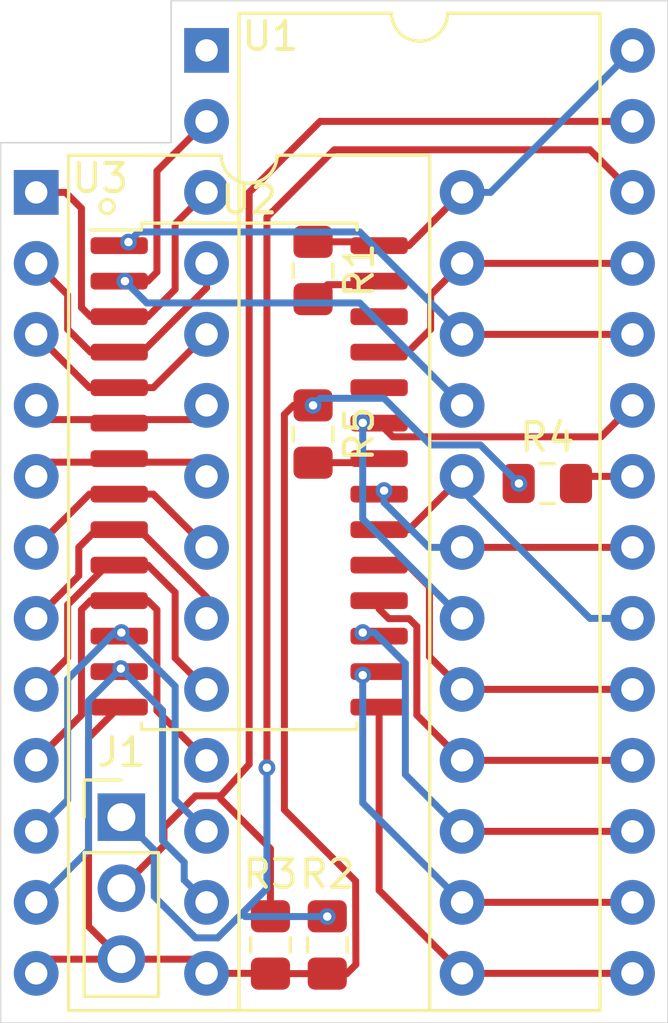
<source format=kicad_pcb>
(kicad_pcb (version 20171130) (host pcbnew "(5.1.9-0-10_14)")

  (general
    (thickness 1.6)
    (drawings 8)
    (tracks 223)
    (zones 0)
    (modules 9)
    (nets 30)
  )

  (page A4)
  (layers
    (0 F.Cu signal)
    (31 B.Cu signal)
    (32 B.Adhes user)
    (33 F.Adhes user)
    (34 B.Paste user)
    (35 F.Paste user)
    (36 B.SilkS user)
    (37 F.SilkS user)
    (38 B.Mask user)
    (39 F.Mask user)
    (40 Dwgs.User user)
    (41 Cmts.User user)
    (42 Eco1.User user)
    (43 Eco2.User user)
    (44 Edge.Cuts user)
    (45 Margin user)
    (46 B.CrtYd user)
    (47 F.CrtYd user)
    (48 B.Fab user hide)
    (49 F.Fab user hide)
  )

  (setup
    (last_trace_width 0.25)
    (trace_clearance 0.2)
    (zone_clearance 0.508)
    (zone_45_only no)
    (trace_min 0.2)
    (via_size 0.8)
    (via_drill 0.4)
    (via_min_size 0.4)
    (via_min_drill 0.3)
    (user_via 0.6 0.3)
    (uvia_size 0.3)
    (uvia_drill 0.1)
    (uvias_allowed no)
    (uvia_min_size 0.2)
    (uvia_min_drill 0.1)
    (edge_width 0.05)
    (segment_width 0.2)
    (pcb_text_width 0.3)
    (pcb_text_size 1.5 1.5)
    (mod_edge_width 0.12)
    (mod_text_size 1 1)
    (mod_text_width 0.15)
    (pad_size 1.524 1.524)
    (pad_drill 0.762)
    (pad_to_mask_clearance 0.051)
    (solder_mask_min_width 0.25)
    (aux_axis_origin 0 0)
    (visible_elements FFFFFF7F)
    (pcbplotparams
      (layerselection 0x010fc_ffffffff)
      (usegerberextensions false)
      (usegerberattributes false)
      (usegerberadvancedattributes false)
      (creategerberjobfile false)
      (excludeedgelayer true)
      (linewidth 0.100000)
      (plotframeref false)
      (viasonmask false)
      (mode 1)
      (useauxorigin false)
      (hpglpennumber 1)
      (hpglpenspeed 20)
      (hpglpendiameter 15.000000)
      (psnegative false)
      (psa4output false)
      (plotreference true)
      (plotvalue true)
      (plotinvisibletext false)
      (padsonsilk false)
      (subtractmaskfromsilk false)
      (outputformat 1)
      (mirror false)
      (drillshape 1)
      (scaleselection 1)
      (outputdirectory ""))
  )

  (net 0 "")
  (net 1 GND)
  (net 2 /DIP_A14)
  (net 3 /DIP_A13)
  (net 4 /SOIC_WE)
  (net 5 +5V)
  (net 6 /DIP_OE)
  (net 7 /SOIC_OE)
  (net 8 /D2)
  (net 9 /D1)
  (net 10 /A8)
  (net 11 /D0)
  (net 12 /A9)
  (net 13 /A0)
  (net 14 /A11)
  (net 15 /A1)
  (net 16 /A2)
  (net 17 /A10)
  (net 18 /A3)
  (net 19 /~CS)
  (net 20 /A4)
  (net 21 /D7)
  (net 22 /A5)
  (net 23 /D6)
  (net 24 /A6)
  (net 25 /D5)
  (net 26 /A7)
  (net 27 /D4)
  (net 28 /A12)
  (net 29 /D3)

  (net_class Default "This is the default net class."
    (clearance 0.2)
    (trace_width 0.25)
    (via_dia 0.8)
    (via_drill 0.4)
    (uvia_dia 0.3)
    (uvia_drill 0.1)
    (add_net +5V)
    (add_net /A0)
    (add_net /A1)
    (add_net /A10)
    (add_net /A11)
    (add_net /A12)
    (add_net /A2)
    (add_net /A3)
    (add_net /A4)
    (add_net /A5)
    (add_net /A6)
    (add_net /A7)
    (add_net /A8)
    (add_net /A9)
    (add_net /D0)
    (add_net /D1)
    (add_net /D2)
    (add_net /D3)
    (add_net /D4)
    (add_net /D5)
    (add_net /D6)
    (add_net /D7)
    (add_net /DIP_A13)
    (add_net /DIP_A14)
    (add_net /DIP_OE)
    (add_net /SOIC_OE)
    (add_net /SOIC_WE)
    (add_net /~CS)
    (add_net GND)
    (add_net "Net-(U1-Pad1)")
    (add_net "Net-(U2-Pad26)")
  )

  (module Package_DIP:DIP-28_W15.24mm (layer F.Cu) (tedit 5A02E8C5) (tstamp 5F4A559A)
    (at 177.292 72.644)
    (descr "28-lead though-hole mounted DIP package, row spacing 15.24 mm (600 mils)")
    (tags "THT DIP DIL PDIP 2.54mm 15.24mm 600mil")
    (path /5F4A00C0)
    (fp_text reference U1 (at 2.286 -0.508) (layer F.SilkS)
      (effects (font (size 1 1) (thickness 0.15)))
    )
    (fp_text value 27256 (at 7.62 35.35) (layer F.Fab)
      (effects (font (size 1 1) (thickness 0.15)))
    )
    (fp_line (start 16.3 -1.55) (end -1.05 -1.55) (layer F.CrtYd) (width 0.05))
    (fp_line (start 16.3 34.55) (end 16.3 -1.55) (layer F.CrtYd) (width 0.05))
    (fp_line (start -1.05 34.55) (end 16.3 34.55) (layer F.CrtYd) (width 0.05))
    (fp_line (start -1.05 -1.55) (end -1.05 34.55) (layer F.CrtYd) (width 0.05))
    (fp_line (start 14.08 -1.33) (end 8.62 -1.33) (layer F.SilkS) (width 0.12))
    (fp_line (start 14.08 34.35) (end 14.08 -1.33) (layer F.SilkS) (width 0.12))
    (fp_line (start 1.16 34.35) (end 14.08 34.35) (layer F.SilkS) (width 0.12))
    (fp_line (start 1.16 -1.33) (end 1.16 34.35) (layer F.SilkS) (width 0.12))
    (fp_line (start 6.62 -1.33) (end 1.16 -1.33) (layer F.SilkS) (width 0.12))
    (fp_line (start 0.255 -0.27) (end 1.255 -1.27) (layer F.Fab) (width 0.1))
    (fp_line (start 0.255 34.29) (end 0.255 -0.27) (layer F.Fab) (width 0.1))
    (fp_line (start 14.985 34.29) (end 0.255 34.29) (layer F.Fab) (width 0.1))
    (fp_line (start 14.985 -1.27) (end 14.985 34.29) (layer F.Fab) (width 0.1))
    (fp_line (start 1.255 -1.27) (end 14.985 -1.27) (layer F.Fab) (width 0.1))
    (fp_text user %R (at 7.62 16.51) (layer F.Fab)
      (effects (font (size 1 1) (thickness 0.15)))
    )
    (fp_arc (start 7.62 -1.33) (end 6.62 -1.33) (angle -180) (layer F.SilkS) (width 0.12))
    (pad 28 thru_hole oval (at 15.24 0) (size 1.6 1.6) (drill 0.8) (layers *.Cu *.Mask)
      (net 5 +5V))
    (pad 14 thru_hole oval (at 0 33.02) (size 1.6 1.6) (drill 0.8) (layers *.Cu *.Mask)
      (net 1 GND))
    (pad 27 thru_hole oval (at 15.24 2.54) (size 1.6 1.6) (drill 0.8) (layers *.Cu *.Mask)
      (net 2 /DIP_A14))
    (pad 13 thru_hole oval (at 0 30.48) (size 1.6 1.6) (drill 0.8) (layers *.Cu *.Mask)
      (net 8 /D2))
    (pad 26 thru_hole oval (at 15.24 5.08) (size 1.6 1.6) (drill 0.8) (layers *.Cu *.Mask)
      (net 3 /DIP_A13))
    (pad 12 thru_hole oval (at 0 27.94) (size 1.6 1.6) (drill 0.8) (layers *.Cu *.Mask)
      (net 9 /D1))
    (pad 25 thru_hole oval (at 15.24 7.62) (size 1.6 1.6) (drill 0.8) (layers *.Cu *.Mask)
      (net 10 /A8))
    (pad 11 thru_hole oval (at 0 25.4) (size 1.6 1.6) (drill 0.8) (layers *.Cu *.Mask)
      (net 11 /D0))
    (pad 24 thru_hole oval (at 15.24 10.16) (size 1.6 1.6) (drill 0.8) (layers *.Cu *.Mask)
      (net 12 /A9))
    (pad 10 thru_hole oval (at 0 22.86) (size 1.6 1.6) (drill 0.8) (layers *.Cu *.Mask)
      (net 13 /A0))
    (pad 23 thru_hole oval (at 15.24 12.7) (size 1.6 1.6) (drill 0.8) (layers *.Cu *.Mask)
      (net 14 /A11))
    (pad 9 thru_hole oval (at 0 20.32) (size 1.6 1.6) (drill 0.8) (layers *.Cu *.Mask)
      (net 15 /A1))
    (pad 22 thru_hole oval (at 15.24 15.24) (size 1.6 1.6) (drill 0.8) (layers *.Cu *.Mask)
      (net 6 /DIP_OE))
    (pad 8 thru_hole oval (at 0 17.78) (size 1.6 1.6) (drill 0.8) (layers *.Cu *.Mask)
      (net 16 /A2))
    (pad 21 thru_hole oval (at 15.24 17.78) (size 1.6 1.6) (drill 0.8) (layers *.Cu *.Mask)
      (net 17 /A10))
    (pad 7 thru_hole oval (at 0 15.24) (size 1.6 1.6) (drill 0.8) (layers *.Cu *.Mask)
      (net 18 /A3))
    (pad 20 thru_hole oval (at 15.24 20.32) (size 1.6 1.6) (drill 0.8) (layers *.Cu *.Mask)
      (net 19 /~CS))
    (pad 6 thru_hole oval (at 0 12.7) (size 1.6 1.6) (drill 0.8) (layers *.Cu *.Mask)
      (net 20 /A4))
    (pad 19 thru_hole oval (at 15.24 22.86) (size 1.6 1.6) (drill 0.8) (layers *.Cu *.Mask)
      (net 21 /D7))
    (pad 5 thru_hole oval (at 0 10.16) (size 1.6 1.6) (drill 0.8) (layers *.Cu *.Mask)
      (net 22 /A5))
    (pad 18 thru_hole oval (at 15.24 25.4) (size 1.6 1.6) (drill 0.8) (layers *.Cu *.Mask)
      (net 23 /D6))
    (pad 4 thru_hole oval (at 0 7.62) (size 1.6 1.6) (drill 0.8) (layers *.Cu *.Mask)
      (net 24 /A6))
    (pad 17 thru_hole oval (at 15.24 27.94) (size 1.6 1.6) (drill 0.8) (layers *.Cu *.Mask)
      (net 25 /D5))
    (pad 3 thru_hole oval (at 0 5.08) (size 1.6 1.6) (drill 0.8) (layers *.Cu *.Mask)
      (net 26 /A7))
    (pad 16 thru_hole oval (at 15.24 30.48) (size 1.6 1.6) (drill 0.8) (layers *.Cu *.Mask)
      (net 27 /D4))
    (pad 2 thru_hole oval (at 0 2.54) (size 1.6 1.6) (drill 0.8) (layers *.Cu *.Mask)
      (net 28 /A12))
    (pad 15 thru_hole oval (at 15.24 33.02) (size 1.6 1.6) (drill 0.8) (layers *.Cu *.Mask)
      (net 29 /D3))
    (pad 1 thru_hole rect (at 0 0) (size 1.6 1.6) (drill 0.8) (layers *.Cu *.Mask))
    (model ${KISYS3DMOD}/Package_DIP.3dshapes/DIP-28_W15.24mm.wrl
      (at (xyz 0 0 0))
      (scale (xyz 1 1 1))
      (rotate (xyz 0 0 0))
    )
  )

  (module Resistor_SMD:R_0805_2012Metric_Pad1.15x1.40mm_HandSolder (layer F.Cu) (tedit 5B36C52B) (tstamp 5F4A5D9B)
    (at 181.102 80.518 270)
    (descr "Resistor SMD 0805 (2012 Metric), square (rectangular) end terminal, IPC_7351 nominal with elongated pad for handsoldering. (Body size source: https://docs.google.com/spreadsheets/d/1BsfQQcO9C6DZCsRaXUlFlo91Tg2WpOkGARC1WS5S8t0/edit?usp=sharing), generated with kicad-footprint-generator")
    (tags "resistor handsolder")
    (path /5F4EEA26)
    (attr smd)
    (fp_text reference R1 (at 0 -1.65 90) (layer F.SilkS)
      (effects (font (size 1 1) (thickness 0.15)))
    )
    (fp_text value 4K7 (at 0 1.65 90) (layer F.Fab)
      (effects (font (size 1 1) (thickness 0.15)))
    )
    (fp_line (start 1.85 0.95) (end -1.85 0.95) (layer F.CrtYd) (width 0.05))
    (fp_line (start 1.85 -0.95) (end 1.85 0.95) (layer F.CrtYd) (width 0.05))
    (fp_line (start -1.85 -0.95) (end 1.85 -0.95) (layer F.CrtYd) (width 0.05))
    (fp_line (start -1.85 0.95) (end -1.85 -0.95) (layer F.CrtYd) (width 0.05))
    (fp_line (start -0.261252 0.71) (end 0.261252 0.71) (layer F.SilkS) (width 0.12))
    (fp_line (start -0.261252 -0.71) (end 0.261252 -0.71) (layer F.SilkS) (width 0.12))
    (fp_line (start 1 0.6) (end -1 0.6) (layer F.Fab) (width 0.1))
    (fp_line (start 1 -0.6) (end 1 0.6) (layer F.Fab) (width 0.1))
    (fp_line (start -1 -0.6) (end 1 -0.6) (layer F.Fab) (width 0.1))
    (fp_line (start -1 0.6) (end -1 -0.6) (layer F.Fab) (width 0.1))
    (fp_text user %R (at 0 0 90) (layer F.Fab)
      (effects (font (size 0.5 0.5) (thickness 0.08)))
    )
    (pad 2 smd roundrect (at 1.025 0 270) (size 1.15 1.4) (layers F.Cu F.Paste F.Mask) (roundrect_rratio 0.217391)
      (net 4 /SOIC_WE))
    (pad 1 smd roundrect (at -1.025 0 270) (size 1.15 1.4) (layers F.Cu F.Paste F.Mask) (roundrect_rratio 0.217391)
      (net 5 +5V))
    (model ${KISYS3DMOD}/Resistor_SMD.3dshapes/R_0805_2012Metric.wrl
      (at (xyz 0 0 0))
      (scale (xyz 1 1 1))
      (rotate (xyz 0 0 0))
    )
  )

  (module Package_DIP:DIP-24_W15.24mm (layer F.Cu) (tedit 5A02E8C5) (tstamp 5F4A5B07)
    (at 171.196 77.724)
    (descr "24-lead though-hole mounted DIP package, row spacing 15.24 mm (600 mils)")
    (tags "THT DIP DIL PDIP 2.54mm 15.24mm 600mil")
    (path /603737F8)
    (fp_text reference U3 (at 2.286 -0.508) (layer F.SilkS)
      (effects (font (size 1 1) (thickness 0.15)))
    )
    (fp_text value 2364 (at 7.62 30.27) (layer F.Fab)
      (effects (font (size 1 1) (thickness 0.15)))
    )
    (fp_line (start 16.3 -1.55) (end -1.05 -1.55) (layer F.CrtYd) (width 0.05))
    (fp_line (start 16.3 29.5) (end 16.3 -1.55) (layer F.CrtYd) (width 0.05))
    (fp_line (start -1.05 29.5) (end 16.3 29.5) (layer F.CrtYd) (width 0.05))
    (fp_line (start -1.05 -1.55) (end -1.05 29.5) (layer F.CrtYd) (width 0.05))
    (fp_line (start 14.08 -1.33) (end 8.62 -1.33) (layer F.SilkS) (width 0.12))
    (fp_line (start 14.08 29.27) (end 14.08 -1.33) (layer F.SilkS) (width 0.12))
    (fp_line (start 1.16 29.27) (end 14.08 29.27) (layer F.SilkS) (width 0.12))
    (fp_line (start 1.16 -1.33) (end 1.16 29.27) (layer F.SilkS) (width 0.12))
    (fp_line (start 6.62 -1.33) (end 1.16 -1.33) (layer F.SilkS) (width 0.12))
    (fp_line (start 0.255 -0.27) (end 1.255 -1.27) (layer F.Fab) (width 0.1))
    (fp_line (start 0.255 29.21) (end 0.255 -0.27) (layer F.Fab) (width 0.1))
    (fp_line (start 14.985 29.21) (end 0.255 29.21) (layer F.Fab) (width 0.1))
    (fp_line (start 14.985 -1.27) (end 14.985 29.21) (layer F.Fab) (width 0.1))
    (fp_line (start 1.255 -1.27) (end 14.985 -1.27) (layer F.Fab) (width 0.1))
    (fp_text user %R (at 7.62 13.97) (layer F.Fab)
      (effects (font (size 1 1) (thickness 0.15)))
    )
    (fp_arc (start 7.62 -1.33) (end 6.62 -1.33) (angle -180) (layer F.SilkS) (width 0.12))
    (pad 24 thru_hole oval (at 15.24 0) (size 1.6 1.6) (drill 0.8) (layers *.Cu *.Mask)
      (net 5 +5V))
    (pad 12 thru_hole oval (at 0 27.94) (size 1.6 1.6) (drill 0.8) (layers *.Cu *.Mask)
      (net 1 GND))
    (pad 23 thru_hole oval (at 15.24 2.54) (size 1.6 1.6) (drill 0.8) (layers *.Cu *.Mask)
      (net 10 /A8))
    (pad 11 thru_hole oval (at 0 25.4) (size 1.6 1.6) (drill 0.8) (layers *.Cu *.Mask)
      (net 8 /D2))
    (pad 22 thru_hole oval (at 15.24 5.08) (size 1.6 1.6) (drill 0.8) (layers *.Cu *.Mask)
      (net 12 /A9))
    (pad 10 thru_hole oval (at 0 22.86) (size 1.6 1.6) (drill 0.8) (layers *.Cu *.Mask)
      (net 9 /D1))
    (pad 21 thru_hole oval (at 15.24 7.62) (size 1.6 1.6) (drill 0.8) (layers *.Cu *.Mask)
      (net 28 /A12))
    (pad 9 thru_hole oval (at 0 20.32) (size 1.6 1.6) (drill 0.8) (layers *.Cu *.Mask)
      (net 11 /D0))
    (pad 20 thru_hole oval (at 15.24 10.16) (size 1.6 1.6) (drill 0.8) (layers *.Cu *.Mask)
      (net 19 /~CS))
    (pad 8 thru_hole oval (at 0 17.78) (size 1.6 1.6) (drill 0.8) (layers *.Cu *.Mask)
      (net 13 /A0))
    (pad 19 thru_hole oval (at 15.24 12.7) (size 1.6 1.6) (drill 0.8) (layers *.Cu *.Mask)
      (net 17 /A10))
    (pad 7 thru_hole oval (at 0 15.24) (size 1.6 1.6) (drill 0.8) (layers *.Cu *.Mask)
      (net 15 /A1))
    (pad 18 thru_hole oval (at 15.24 15.24) (size 1.6 1.6) (drill 0.8) (layers *.Cu *.Mask)
      (net 14 /A11))
    (pad 6 thru_hole oval (at 0 12.7) (size 1.6 1.6) (drill 0.8) (layers *.Cu *.Mask)
      (net 16 /A2))
    (pad 17 thru_hole oval (at 15.24 17.78) (size 1.6 1.6) (drill 0.8) (layers *.Cu *.Mask)
      (net 21 /D7))
    (pad 5 thru_hole oval (at 0 10.16) (size 1.6 1.6) (drill 0.8) (layers *.Cu *.Mask)
      (net 18 /A3))
    (pad 16 thru_hole oval (at 15.24 20.32) (size 1.6 1.6) (drill 0.8) (layers *.Cu *.Mask)
      (net 23 /D6))
    (pad 4 thru_hole oval (at 0 7.62) (size 1.6 1.6) (drill 0.8) (layers *.Cu *.Mask)
      (net 20 /A4))
    (pad 15 thru_hole oval (at 15.24 22.86) (size 1.6 1.6) (drill 0.8) (layers *.Cu *.Mask)
      (net 25 /D5))
    (pad 3 thru_hole oval (at 0 5.08) (size 1.6 1.6) (drill 0.8) (layers *.Cu *.Mask)
      (net 22 /A5))
    (pad 14 thru_hole oval (at 15.24 25.4) (size 1.6 1.6) (drill 0.8) (layers *.Cu *.Mask)
      (net 27 /D4))
    (pad 2 thru_hole oval (at 0 2.54) (size 1.6 1.6) (drill 0.8) (layers *.Cu *.Mask)
      (net 24 /A6))
    (pad 13 thru_hole oval (at 15.24 27.94) (size 1.6 1.6) (drill 0.8) (layers *.Cu *.Mask)
      (net 29 /D3))
    (pad 1 thru_hole rect (at 0 0) (size 1.6 1.6) (drill 0.8) (layers *.Cu *.Mask)
      (net 26 /A7))
    (model ${KISYS3DMOD}/Package_DIP.3dshapes/DIP-24_W15.24mm.wrl
      (at (xyz 0 0 0))
      (scale (xyz 1 1 1))
      (rotate (xyz 0 0 0))
    )
  )

  (module Package_SO:SOIC-28W_7.5x17.9mm_P1.27mm (layer F.Cu) (tedit 5D9F72B1) (tstamp 5F4A934C)
    (at 178.816 87.884)
    (descr "SOIC, 28 Pin (JEDEC MS-013AE, https://www.analog.com/media/en/package-pcb-resources/package/35833120341221rw_28.pdf), generated with kicad-footprint-generator ipc_gullwing_generator.py")
    (tags "SOIC SO")
    (path /60374884)
    (attr smd)
    (fp_text reference U2 (at 0 -9.9) (layer F.SilkS)
      (effects (font (size 1 1) (thickness 0.15)))
    )
    (fp_text value AT28HC64B (at 0 9.9) (layer F.Fab)
      (effects (font (size 1 1) (thickness 0.15)))
    )
    (fp_line (start 5.93 -9.2) (end -5.93 -9.2) (layer F.CrtYd) (width 0.05))
    (fp_line (start 5.93 9.2) (end 5.93 -9.2) (layer F.CrtYd) (width 0.05))
    (fp_line (start -5.93 9.2) (end 5.93 9.2) (layer F.CrtYd) (width 0.05))
    (fp_line (start -5.93 -9.2) (end -5.93 9.2) (layer F.CrtYd) (width 0.05))
    (fp_line (start -3.75 -7.95) (end -2.75 -8.95) (layer F.Fab) (width 0.1))
    (fp_line (start -3.75 8.95) (end -3.75 -7.95) (layer F.Fab) (width 0.1))
    (fp_line (start 3.75 8.95) (end -3.75 8.95) (layer F.Fab) (width 0.1))
    (fp_line (start 3.75 -8.95) (end 3.75 8.95) (layer F.Fab) (width 0.1))
    (fp_line (start -2.75 -8.95) (end 3.75 -8.95) (layer F.Fab) (width 0.1))
    (fp_line (start -3.86 -8.815) (end -5.675 -8.815) (layer F.SilkS) (width 0.12))
    (fp_line (start -3.86 -9.06) (end -3.86 -8.815) (layer F.SilkS) (width 0.12))
    (fp_line (start 0 -9.06) (end -3.86 -9.06) (layer F.SilkS) (width 0.12))
    (fp_line (start 3.86 -9.06) (end 3.86 -8.815) (layer F.SilkS) (width 0.12))
    (fp_line (start 0 -9.06) (end 3.86 -9.06) (layer F.SilkS) (width 0.12))
    (fp_line (start -3.86 9.06) (end -3.86 8.815) (layer F.SilkS) (width 0.12))
    (fp_line (start 0 9.06) (end -3.86 9.06) (layer F.SilkS) (width 0.12))
    (fp_line (start 3.86 9.06) (end 3.86 8.815) (layer F.SilkS) (width 0.12))
    (fp_line (start 0 9.06) (end 3.86 9.06) (layer F.SilkS) (width 0.12))
    (fp_text user %R (at 0 0) (layer F.Fab)
      (effects (font (size 1 1) (thickness 0.15)))
    )
    (pad 28 smd roundrect (at 4.65 -8.255) (size 2.05 0.6) (layers F.Cu F.Paste F.Mask) (roundrect_rratio 0.25)
      (net 5 +5V))
    (pad 27 smd roundrect (at 4.65 -6.985) (size 2.05 0.6) (layers F.Cu F.Paste F.Mask) (roundrect_rratio 0.25)
      (net 4 /SOIC_WE))
    (pad 26 smd roundrect (at 4.65 -5.715) (size 2.05 0.6) (layers F.Cu F.Paste F.Mask) (roundrect_rratio 0.25))
    (pad 25 smd roundrect (at 4.65 -4.445) (size 2.05 0.6) (layers F.Cu F.Paste F.Mask) (roundrect_rratio 0.25)
      (net 10 /A8))
    (pad 24 smd roundrect (at 4.65 -3.175) (size 2.05 0.6) (layers F.Cu F.Paste F.Mask) (roundrect_rratio 0.25))
    (pad 23 smd roundrect (at 4.65 -1.905) (size 2.05 0.6) (layers F.Cu F.Paste F.Mask) (roundrect_rratio 0.25)
      (net 14 /A11))
    (pad 22 smd roundrect (at 4.65 -0.635) (size 2.05 0.6) (layers F.Cu F.Paste F.Mask) (roundrect_rratio 0.25)
      (net 7 /SOIC_OE))
    (pad 21 smd roundrect (at 4.65 0.635) (size 2.05 0.6) (layers F.Cu F.Paste F.Mask) (roundrect_rratio 0.25)
      (net 17 /A10))
    (pad 20 smd roundrect (at 4.65 1.905) (size 2.05 0.6) (layers F.Cu F.Paste F.Mask) (roundrect_rratio 0.25)
      (net 19 /~CS))
    (pad 19 smd roundrect (at 4.65 3.175) (size 2.05 0.6) (layers F.Cu F.Paste F.Mask) (roundrect_rratio 0.25)
      (net 21 /D7))
    (pad 18 smd roundrect (at 4.65 4.445) (size 2.05 0.6) (layers F.Cu F.Paste F.Mask) (roundrect_rratio 0.25)
      (net 23 /D6))
    (pad 17 smd roundrect (at 4.65 5.715) (size 2.05 0.6) (layers F.Cu F.Paste F.Mask) (roundrect_rratio 0.25)
      (net 25 /D5))
    (pad 16 smd roundrect (at 4.65 6.985) (size 2.05 0.6) (layers F.Cu F.Paste F.Mask) (roundrect_rratio 0.25)
      (net 27 /D4))
    (pad 15 smd roundrect (at 4.65 8.255) (size 2.05 0.6) (layers F.Cu F.Paste F.Mask) (roundrect_rratio 0.25)
      (net 29 /D3))
    (pad 14 smd roundrect (at -4.65 8.255) (size 2.05 0.6) (layers F.Cu F.Paste F.Mask) (roundrect_rratio 0.25)
      (net 1 GND))
    (pad 13 smd roundrect (at -4.65 6.985) (size 2.05 0.6) (layers F.Cu F.Paste F.Mask) (roundrect_rratio 0.25)
      (net 8 /D2))
    (pad 12 smd roundrect (at -4.65 5.715) (size 2.05 0.6) (layers F.Cu F.Paste F.Mask) (roundrect_rratio 0.25)
      (net 9 /D1))
    (pad 11 smd roundrect (at -4.65 4.445) (size 2.05 0.6) (layers F.Cu F.Paste F.Mask) (roundrect_rratio 0.25)
      (net 11 /D0))
    (pad 10 smd roundrect (at -4.65 3.175) (size 2.05 0.6) (layers F.Cu F.Paste F.Mask) (roundrect_rratio 0.25)
      (net 13 /A0))
    (pad 9 smd roundrect (at -4.65 1.905) (size 2.05 0.6) (layers F.Cu F.Paste F.Mask) (roundrect_rratio 0.25)
      (net 15 /A1))
    (pad 8 smd roundrect (at -4.65 0.635) (size 2.05 0.6) (layers F.Cu F.Paste F.Mask) (roundrect_rratio 0.25)
      (net 16 /A2))
    (pad 7 smd roundrect (at -4.65 -0.635) (size 2.05 0.6) (layers F.Cu F.Paste F.Mask) (roundrect_rratio 0.25)
      (net 18 /A3))
    (pad 6 smd roundrect (at -4.65 -1.905) (size 2.05 0.6) (layers F.Cu F.Paste F.Mask) (roundrect_rratio 0.25)
      (net 20 /A4))
    (pad 5 smd roundrect (at -4.65 -3.175) (size 2.05 0.6) (layers F.Cu F.Paste F.Mask) (roundrect_rratio 0.25)
      (net 22 /A5))
    (pad 4 smd roundrect (at -4.65 -4.445) (size 2.05 0.6) (layers F.Cu F.Paste F.Mask) (roundrect_rratio 0.25)
      (net 24 /A6))
    (pad 3 smd roundrect (at -4.65 -5.715) (size 2.05 0.6) (layers F.Cu F.Paste F.Mask) (roundrect_rratio 0.25)
      (net 26 /A7))
    (pad 2 smd roundrect (at -4.65 -6.985) (size 2.05 0.6) (layers F.Cu F.Paste F.Mask) (roundrect_rratio 0.25)
      (net 28 /A12))
    (pad 1 smd roundrect (at -4.65 -8.255) (size 2.05 0.6) (layers F.Cu F.Paste F.Mask) (roundrect_rratio 0.25)
      (net 12 /A9))
    (model ${KISYS3DMOD}/Package_SO.3dshapes/SOIC-28W_7.5x17.9mm_P1.27mm.wrl
      (at (xyz 0 0 0))
      (scale (xyz 1 1 1))
      (rotate (xyz 0 0 0))
    )
  )

  (module Resistor_SMD:R_0805_2012Metric_Pad1.15x1.40mm_HandSolder (layer F.Cu) (tedit 5B36C52B) (tstamp 5F4A556A)
    (at 181.102 86.369 270)
    (descr "Resistor SMD 0805 (2012 Metric), square (rectangular) end terminal, IPC_7351 nominal with elongated pad for handsoldering. (Body size source: https://docs.google.com/spreadsheets/d/1BsfQQcO9C6DZCsRaXUlFlo91Tg2WpOkGARC1WS5S8t0/edit?usp=sharing), generated with kicad-footprint-generator")
    (tags "resistor handsolder")
    (path /5F4FC3FD)
    (attr smd)
    (fp_text reference R5 (at 0 -1.65 90) (layer F.SilkS)
      (effects (font (size 1 1) (thickness 0.15)))
    )
    (fp_text value 4K7 (at 0 1.65 90) (layer F.Fab)
      (effects (font (size 1 1) (thickness 0.15)))
    )
    (fp_line (start 1.85 0.95) (end -1.85 0.95) (layer F.CrtYd) (width 0.05))
    (fp_line (start 1.85 -0.95) (end 1.85 0.95) (layer F.CrtYd) (width 0.05))
    (fp_line (start -1.85 -0.95) (end 1.85 -0.95) (layer F.CrtYd) (width 0.05))
    (fp_line (start -1.85 0.95) (end -1.85 -0.95) (layer F.CrtYd) (width 0.05))
    (fp_line (start -0.261252 0.71) (end 0.261252 0.71) (layer F.SilkS) (width 0.12))
    (fp_line (start -0.261252 -0.71) (end 0.261252 -0.71) (layer F.SilkS) (width 0.12))
    (fp_line (start 1 0.6) (end -1 0.6) (layer F.Fab) (width 0.1))
    (fp_line (start 1 -0.6) (end 1 0.6) (layer F.Fab) (width 0.1))
    (fp_line (start -1 -0.6) (end 1 -0.6) (layer F.Fab) (width 0.1))
    (fp_line (start -1 0.6) (end -1 -0.6) (layer F.Fab) (width 0.1))
    (fp_text user %R (at 0 0 90) (layer F.Fab)
      (effects (font (size 0.5 0.5) (thickness 0.08)))
    )
    (pad 2 smd roundrect (at 1.025 0 270) (size 1.15 1.4) (layers F.Cu F.Paste F.Mask) (roundrect_rratio 0.217391)
      (net 7 /SOIC_OE))
    (pad 1 smd roundrect (at -1.025 0 270) (size 1.15 1.4) (layers F.Cu F.Paste F.Mask) (roundrect_rratio 0.217391)
      (net 1 GND))
    (model ${KISYS3DMOD}/Resistor_SMD.3dshapes/R_0805_2012Metric.wrl
      (at (xyz 0 0 0))
      (scale (xyz 1 1 1))
      (rotate (xyz 0 0 0))
    )
  )

  (module Resistor_SMD:R_0805_2012Metric_Pad1.15x1.40mm_HandSolder (layer F.Cu) (tedit 5B36C52B) (tstamp 5F4A5559)
    (at 189.484 88.138)
    (descr "Resistor SMD 0805 (2012 Metric), square (rectangular) end terminal, IPC_7351 nominal with elongated pad for handsoldering. (Body size source: https://docs.google.com/spreadsheets/d/1BsfQQcO9C6DZCsRaXUlFlo91Tg2WpOkGARC1WS5S8t0/edit?usp=sharing), generated with kicad-footprint-generator")
    (tags "resistor handsolder")
    (path /5F5520C3)
    (attr smd)
    (fp_text reference R4 (at 0 -1.65) (layer F.SilkS)
      (effects (font (size 1 1) (thickness 0.15)))
    )
    (fp_text value 4K7 (at 0 1.65) (layer F.Fab)
      (effects (font (size 1 1) (thickness 0.15)))
    )
    (fp_line (start 1.85 0.95) (end -1.85 0.95) (layer F.CrtYd) (width 0.05))
    (fp_line (start 1.85 -0.95) (end 1.85 0.95) (layer F.CrtYd) (width 0.05))
    (fp_line (start -1.85 -0.95) (end 1.85 -0.95) (layer F.CrtYd) (width 0.05))
    (fp_line (start -1.85 0.95) (end -1.85 -0.95) (layer F.CrtYd) (width 0.05))
    (fp_line (start -0.261252 0.71) (end 0.261252 0.71) (layer F.SilkS) (width 0.12))
    (fp_line (start -0.261252 -0.71) (end 0.261252 -0.71) (layer F.SilkS) (width 0.12))
    (fp_line (start 1 0.6) (end -1 0.6) (layer F.Fab) (width 0.1))
    (fp_line (start 1 -0.6) (end 1 0.6) (layer F.Fab) (width 0.1))
    (fp_line (start -1 -0.6) (end 1 -0.6) (layer F.Fab) (width 0.1))
    (fp_line (start -1 0.6) (end -1 -0.6) (layer F.Fab) (width 0.1))
    (fp_text user %R (at 0 0) (layer F.Fab)
      (effects (font (size 0.5 0.5) (thickness 0.08)))
    )
    (pad 2 smd roundrect (at 1.025 0) (size 1.15 1.4) (layers F.Cu F.Paste F.Mask) (roundrect_rratio 0.217391)
      (net 6 /DIP_OE))
    (pad 1 smd roundrect (at -1.025 0) (size 1.15 1.4) (layers F.Cu F.Paste F.Mask) (roundrect_rratio 0.217391)
      (net 1 GND))
    (model ${KISYS3DMOD}/Resistor_SMD.3dshapes/R_0805_2012Metric.wrl
      (at (xyz 0 0 0))
      (scale (xyz 1 1 1))
      (rotate (xyz 0 0 0))
    )
  )

  (module Resistor_SMD:R_0805_2012Metric_Pad1.15x1.40mm_HandSolder (layer F.Cu) (tedit 5B36C52B) (tstamp 5F4A5548)
    (at 179.578 104.648 90)
    (descr "Resistor SMD 0805 (2012 Metric), square (rectangular) end terminal, IPC_7351 nominal with elongated pad for handsoldering. (Body size source: https://docs.google.com/spreadsheets/d/1BsfQQcO9C6DZCsRaXUlFlo91Tg2WpOkGARC1WS5S8t0/edit?usp=sharing), generated with kicad-footprint-generator")
    (tags "resistor handsolder")
    (path /5F54AAA3)
    (attr smd)
    (fp_text reference R3 (at 2.54 0 180) (layer F.SilkS)
      (effects (font (size 1 1) (thickness 0.15)))
    )
    (fp_text value 4K7 (at 0 1.65 90) (layer F.Fab)
      (effects (font (size 1 1) (thickness 0.15)))
    )
    (fp_line (start 1.85 0.95) (end -1.85 0.95) (layer F.CrtYd) (width 0.05))
    (fp_line (start 1.85 -0.95) (end 1.85 0.95) (layer F.CrtYd) (width 0.05))
    (fp_line (start -1.85 -0.95) (end 1.85 -0.95) (layer F.CrtYd) (width 0.05))
    (fp_line (start -1.85 0.95) (end -1.85 -0.95) (layer F.CrtYd) (width 0.05))
    (fp_line (start -0.261252 0.71) (end 0.261252 0.71) (layer F.SilkS) (width 0.12))
    (fp_line (start -0.261252 -0.71) (end 0.261252 -0.71) (layer F.SilkS) (width 0.12))
    (fp_line (start 1 0.6) (end -1 0.6) (layer F.Fab) (width 0.1))
    (fp_line (start 1 -0.6) (end 1 0.6) (layer F.Fab) (width 0.1))
    (fp_line (start -1 -0.6) (end 1 -0.6) (layer F.Fab) (width 0.1))
    (fp_line (start -1 0.6) (end -1 -0.6) (layer F.Fab) (width 0.1))
    (fp_text user %R (at 0 0 90) (layer F.Fab)
      (effects (font (size 0.5 0.5) (thickness 0.08)))
    )
    (pad 2 smd roundrect (at 1.025 0 90) (size 1.15 1.4) (layers F.Cu F.Paste F.Mask) (roundrect_rratio 0.217391)
      (net 2 /DIP_A14))
    (pad 1 smd roundrect (at -1.025 0 90) (size 1.15 1.4) (layers F.Cu F.Paste F.Mask) (roundrect_rratio 0.217391)
      (net 1 GND))
    (model ${KISYS3DMOD}/Resistor_SMD.3dshapes/R_0805_2012Metric.wrl
      (at (xyz 0 0 0))
      (scale (xyz 1 1 1))
      (rotate (xyz 0 0 0))
    )
  )

  (module Resistor_SMD:R_0805_2012Metric_Pad1.15x1.40mm_HandSolder (layer F.Cu) (tedit 5B36C52B) (tstamp 5F4A5537)
    (at 181.61 104.648 90)
    (descr "Resistor SMD 0805 (2012 Metric), square (rectangular) end terminal, IPC_7351 nominal with elongated pad for handsoldering. (Body size source: https://docs.google.com/spreadsheets/d/1BsfQQcO9C6DZCsRaXUlFlo91Tg2WpOkGARC1WS5S8t0/edit?usp=sharing), generated with kicad-footprint-generator")
    (tags "resistor handsolder")
    (path /5F4FB518)
    (attr smd)
    (fp_text reference R2 (at 2.54 0 180) (layer F.SilkS)
      (effects (font (size 1 1) (thickness 0.15)))
    )
    (fp_text value 4K7 (at 0 1.65 90) (layer F.Fab)
      (effects (font (size 1 1) (thickness 0.15)))
    )
    (fp_line (start 1.85 0.95) (end -1.85 0.95) (layer F.CrtYd) (width 0.05))
    (fp_line (start 1.85 -0.95) (end 1.85 0.95) (layer F.CrtYd) (width 0.05))
    (fp_line (start -1.85 -0.95) (end 1.85 -0.95) (layer F.CrtYd) (width 0.05))
    (fp_line (start -1.85 0.95) (end -1.85 -0.95) (layer F.CrtYd) (width 0.05))
    (fp_line (start -0.261252 0.71) (end 0.261252 0.71) (layer F.SilkS) (width 0.12))
    (fp_line (start -0.261252 -0.71) (end 0.261252 -0.71) (layer F.SilkS) (width 0.12))
    (fp_line (start 1 0.6) (end -1 0.6) (layer F.Fab) (width 0.1))
    (fp_line (start 1 -0.6) (end 1 0.6) (layer F.Fab) (width 0.1))
    (fp_line (start -1 -0.6) (end 1 -0.6) (layer F.Fab) (width 0.1))
    (fp_line (start -1 0.6) (end -1 -0.6) (layer F.Fab) (width 0.1))
    (fp_text user %R (at 0 0 90) (layer F.Fab)
      (effects (font (size 0.5 0.5) (thickness 0.08)))
    )
    (pad 2 smd roundrect (at 1.025 0 90) (size 1.15 1.4) (layers F.Cu F.Paste F.Mask) (roundrect_rratio 0.217391)
      (net 3 /DIP_A13))
    (pad 1 smd roundrect (at -1.025 0 90) (size 1.15 1.4) (layers F.Cu F.Paste F.Mask) (roundrect_rratio 0.217391)
      (net 1 GND))
    (model ${KISYS3DMOD}/Resistor_SMD.3dshapes/R_0805_2012Metric.wrl
      (at (xyz 0 0 0))
      (scale (xyz 1 1 1))
      (rotate (xyz 0 0 0))
    )
  )

  (module Connector_PinHeader_2.54mm:PinHeader_1x03_P2.54mm_Vertical (layer F.Cu) (tedit 59FED5CC) (tstamp 5F4A5515)
    (at 174.244 100.076)
    (descr "Through hole straight pin header, 1x03, 2.54mm pitch, single row")
    (tags "Through hole pin header THT 1x03 2.54mm single row")
    (path /5F55E764)
    (fp_text reference J1 (at 0 -2.33) (layer F.SilkS)
      (effects (font (size 1 1) (thickness 0.15)))
    )
    (fp_text value EXT_SWITCH (at 0 7.41) (layer F.Fab)
      (effects (font (size 1 1) (thickness 0.15)))
    )
    (fp_line (start 1.8 -1.8) (end -1.8 -1.8) (layer F.CrtYd) (width 0.05))
    (fp_line (start 1.8 6.85) (end 1.8 -1.8) (layer F.CrtYd) (width 0.05))
    (fp_line (start -1.8 6.85) (end 1.8 6.85) (layer F.CrtYd) (width 0.05))
    (fp_line (start -1.8 -1.8) (end -1.8 6.85) (layer F.CrtYd) (width 0.05))
    (fp_line (start -1.33 -1.33) (end 0 -1.33) (layer F.SilkS) (width 0.12))
    (fp_line (start -1.33 0) (end -1.33 -1.33) (layer F.SilkS) (width 0.12))
    (fp_line (start -1.33 1.27) (end 1.33 1.27) (layer F.SilkS) (width 0.12))
    (fp_line (start 1.33 1.27) (end 1.33 6.41) (layer F.SilkS) (width 0.12))
    (fp_line (start -1.33 1.27) (end -1.33 6.41) (layer F.SilkS) (width 0.12))
    (fp_line (start -1.33 6.41) (end 1.33 6.41) (layer F.SilkS) (width 0.12))
    (fp_line (start -1.27 -0.635) (end -0.635 -1.27) (layer F.Fab) (width 0.1))
    (fp_line (start -1.27 6.35) (end -1.27 -0.635) (layer F.Fab) (width 0.1))
    (fp_line (start 1.27 6.35) (end -1.27 6.35) (layer F.Fab) (width 0.1))
    (fp_line (start 1.27 -1.27) (end 1.27 6.35) (layer F.Fab) (width 0.1))
    (fp_line (start -0.635 -1.27) (end 1.27 -1.27) (layer F.Fab) (width 0.1))
    (fp_text user %R (at 0 2.54 90) (layer F.Fab)
      (effects (font (size 1 1) (thickness 0.15)))
    )
    (pad 3 thru_hole oval (at 0 5.08) (size 1.7 1.7) (drill 1) (layers *.Cu *.Mask)
      (net 1 GND))
    (pad 2 thru_hole oval (at 0 2.54) (size 1.7 1.7) (drill 1) (layers *.Cu *.Mask)
      (net 2 /DIP_A14))
    (pad 1 thru_hole rect (at 0 0) (size 1.7 1.7) (drill 1) (layers *.Cu *.Mask)
      (net 3 /DIP_A13))
    (model ${KISYS3DMOD}/Connector_PinHeader_2.54mm.3dshapes/PinHeader_1x03_P2.54mm_Vertical.wrl
      (at (xyz 0 0 0))
      (scale (xyz 1 1 1))
      (rotate (xyz 0 0 0))
    )
  )

  (gr_circle (center 173.736 78.232) (end 173.99 78.232) (layer F.SilkS) (width 0.12))
  (gr_line (start 176.022 75.946) (end 169.926 75.946) (layer Edge.Cuts) (width 0.05) (tstamp 5FB06414))
  (gr_line (start 176.022 70.866) (end 176.022 75.946) (layer Edge.Cuts) (width 0.05))
  (gr_line (start 169.926 107.442) (end 169.926 75.946) (layer Edge.Cuts) (width 0.05))
  (gr_line (start 193.802 71.12) (end 193.802 70.866) (layer Edge.Cuts) (width 0.05) (tstamp 5F4A8D08))
  (gr_line (start 176.022 70.866) (end 193.802 70.866) (layer Edge.Cuts) (width 0.05))
  (gr_line (start 193.802 107.442) (end 169.926 107.442) (layer Edge.Cuts) (width 0.05))
  (gr_line (start 193.802 71.12) (end 193.802 107.442) (layer Edge.Cuts) (width 0.05))

  (via (at 188.468 88.138) (size 0.6) (drill 0.3) (layers F.Cu B.Cu) (net 1))
  (segment (start 171.196 105.664) (end 170.942 105.664) (width 0.25) (layer F.Cu) (net 1))
  (segment (start 181.61 105.673) (end 179.578 105.673) (width 0.25) (layer F.Cu) (net 1))
  (segment (start 179.569 105.664) (end 179.578 105.673) (width 0.25) (layer F.Cu) (net 1))
  (segment (start 177.292 105.664) (end 179.569 105.664) (width 0.25) (layer F.Cu) (net 1))
  (segment (start 176.784 105.156) (end 177.292 105.664) (width 0.25) (layer F.Cu) (net 1))
  (segment (start 174.244 105.156) (end 176.784 105.156) (width 0.25) (layer F.Cu) (net 1))
  (segment (start 171.704 105.156) (end 171.196 105.664) (width 0.25) (layer F.Cu) (net 1))
  (segment (start 174.244 105.156) (end 171.704 105.156) (width 0.25) (layer F.Cu) (net 1))
  (segment (start 181.102 85.344) (end 181.102 85.344) (width 0.25) (layer F.Cu) (net 1))
  (via (at 181.102 85.344) (size 0.6) (drill 0.3) (layers F.Cu B.Cu) (net 1))
  (segment (start 181.356 85.09) (end 181.102 85.344) (width 0.25) (layer B.Cu) (net 1))
  (segment (start 185.310999 86.758999) (end 183.642 85.09) (width 0.25) (layer B.Cu) (net 1))
  (segment (start 183.642 85.09) (end 181.356 85.09) (width 0.25) (layer B.Cu) (net 1))
  (segment (start 187.088999 86.758999) (end 185.310999 86.758999) (width 0.25) (layer B.Cu) (net 1))
  (segment (start 188.468 88.138) (end 187.088999 86.758999) (width 0.25) (layer B.Cu) (net 1))
  (segment (start 180.07699 99.81299) (end 182.626 102.362) (width 0.25) (layer F.Cu) (net 1))
  (segment (start 180.402 85.344) (end 180.07699 85.66901) (width 0.25) (layer F.Cu) (net 1))
  (segment (start 182.626 102.362) (end 182.63501 105.34799) (width 0.25) (layer F.Cu) (net 1))
  (segment (start 180.07699 85.66901) (end 180.07699 99.81299) (width 0.25) (layer F.Cu) (net 1))
  (segment (start 181.102 85.344) (end 180.402 85.344) (width 0.25) (layer F.Cu) (net 1) (tstamp 5F4A8AD6))
  (segment (start 182.63501 105.34799) (end 182.31 105.673) (width 0.25) (layer F.Cu) (net 1))
  (segment (start 182.31 105.673) (end 181.61 105.673) (width 0.25) (layer F.Cu) (net 1))
  (segment (start 174.166 96.139) (end 173.068999 97.236001) (width 0.25) (layer F.Cu) (net 1))
  (segment (start 173.068999 97.236001) (end 173.068999 103.980999) (width 0.25) (layer F.Cu) (net 1))
  (segment (start 173.394001 104.306001) (end 174.244 105.156) (width 0.25) (layer F.Cu) (net 1))
  (segment (start 173.068999 103.980999) (end 173.394001 104.306001) (width 0.25) (layer F.Cu) (net 1))
  (segment (start 177.8 99.426998) (end 177.8 99.314) (width 0.25) (layer F.Cu) (net 2))
  (segment (start 179.578 101.204998) (end 177.8 99.426998) (width 0.25) (layer F.Cu) (net 2))
  (segment (start 179.578 103.623) (end 179.578 101.204998) (width 0.25) (layer F.Cu) (net 2))
  (segment (start 175.768 101.092) (end 175.093999 101.766001) (width 0.25) (layer F.Cu) (net 2))
  (segment (start 175.093999 101.766001) (end 174.244 102.616) (width 0.25) (layer F.Cu) (net 2))
  (segment (start 175.768 100.442998) (end 175.768 101.092) (width 0.25) (layer F.Cu) (net 2))
  (segment (start 176.896998 99.314) (end 175.768 100.442998) (width 0.25) (layer F.Cu) (net 2))
  (segment (start 177.8 99.314) (end 176.896998 99.314) (width 0.25) (layer F.Cu) (net 2))
  (segment (start 178.816 98.185002) (end 177.8 99.314) (width 0.25) (layer F.Cu) (net 2))
  (segment (start 181.356 75.184) (end 178.816 77.724) (width 0.25) (layer F.Cu) (net 2))
  (segment (start 178.816 77.724) (end 178.816 98.185002) (width 0.25) (layer F.Cu) (net 2))
  (segment (start 192.532 75.184) (end 181.356 75.184) (width 0.25) (layer F.Cu) (net 2))
  (via (at 181.61 103.632) (size 0.6) (drill 0.3) (layers F.Cu B.Cu) (net 3))
  (segment (start 178.562 103.519002) (end 177.687002 104.394) (width 0.25) (layer B.Cu) (net 3))
  (segment (start 176.896998 104.394) (end 175.419001 102.916003) (width 0.25) (layer B.Cu) (net 3))
  (segment (start 177.687002 104.394) (end 176.896998 104.394) (width 0.25) (layer B.Cu) (net 3))
  (segment (start 175.419001 101.251001) (end 174.244 100.076) (width 0.25) (layer B.Cu) (net 3))
  (segment (start 175.419001 102.916003) (end 175.419001 101.251001) (width 0.25) (layer B.Cu) (net 3))
  (segment (start 178.674998 103.632) (end 181.61 103.632) (width 0.25) (layer B.Cu) (net 3))
  (segment (start 178.562 103.519002) (end 178.674998 103.632) (width 0.25) (layer B.Cu) (net 3))
  (segment (start 179.45198 98.731258) (end 179.45198 98.306994) (width 0.25) (layer B.Cu) (net 3))
  (segment (start 179.45198 102.629022) (end 179.45198 98.731258) (width 0.25) (layer B.Cu) (net 3))
  (via (at 179.45198 98.306994) (size 0.6) (drill 0.3) (layers F.Cu B.Cu) (net 3))
  (segment (start 178.562 103.519002) (end 179.45198 102.629022) (width 0.25) (layer B.Cu) (net 3))
  (segment (start 192.532 77.724) (end 191.008 76.2) (width 0.25) (layer F.Cu) (net 3))
  (segment (start 179.45198 97.88273) (end 179.45198 98.306994) (width 0.25) (layer F.Cu) (net 3))
  (segment (start 191.008 76.2) (end 181.864 76.2) (width 0.25) (layer F.Cu) (net 3))
  (segment (start 179.45198 78.61202) (end 179.45198 97.88273) (width 0.25) (layer F.Cu) (net 3))
  (segment (start 181.864 76.2) (end 179.45198 78.61202) (width 0.25) (layer F.Cu) (net 3))
  (segment (start 183.339 81.026) (end 183.466 80.899) (width 0.25) (layer F.Cu) (net 4))
  (segment (start 181.619 81.026) (end 183.339 81.026) (width 0.25) (layer F.Cu) (net 4))
  (segment (start 181.102 81.543) (end 181.619 81.026) (width 0.25) (layer F.Cu) (net 4))
  (segment (start 187.452 77.724) (end 186.436 77.724) (width 0.25) (layer B.Cu) (net 5))
  (segment (start 192.532 72.644) (end 187.452 77.724) (width 0.25) (layer B.Cu) (net 5))
  (segment (start 184.531 79.629) (end 186.436 77.724) (width 0.25) (layer F.Cu) (net 5))
  (segment (start 183.466 79.629) (end 184.531 79.629) (width 0.25) (layer F.Cu) (net 5))
  (segment (start 183.33 79.493) (end 183.466 79.629) (width 0.25) (layer F.Cu) (net 5))
  (segment (start 181.102 79.493) (end 183.33 79.493) (width 0.25) (layer F.Cu) (net 5))
  (segment (start 190.763 87.884) (end 190.509 88.138) (width 0.25) (layer F.Cu) (net 6))
  (segment (start 192.532 87.884) (end 190.763 87.884) (width 0.25) (layer F.Cu) (net 6))
  (segment (start 183.348 87.367) (end 183.466 87.249) (width 0.25) (layer F.Cu) (net 7))
  (segment (start 183.321 87.394) (end 183.466 87.249) (width 0.25) (layer F.Cu) (net 7))
  (segment (start 181.102 87.394) (end 183.321 87.394) (width 0.25) (layer F.Cu) (net 7))
  (segment (start 173.068999 95.917001) (end 173.92492 95.06108) (width 0.25) (layer B.Cu) (net 8))
  (segment (start 173.92492 95.06108) (end 174.224919 94.761081) (width 0.25) (layer B.Cu) (net 8))
  (segment (start 171.196 103.124) (end 173.068999 101.251001) (width 0.25) (layer B.Cu) (net 8))
  (via (at 174.224919 94.761081) (size 0.6) (drill 0.3) (layers F.Cu B.Cu) (net 8))
  (segment (start 173.068999 101.251001) (end 173.068999 95.917001) (width 0.25) (layer B.Cu) (net 8))
  (segment (start 177.292 103.124) (end 176.492001 102.324001) (width 0.25) (layer B.Cu) (net 8))
  (segment (start 175.716988 96.25315) (end 174.524918 95.06108) (width 0.25) (layer B.Cu) (net 8))
  (segment (start 176.492001 102.324001) (end 176.492001 101.68759) (width 0.25) (layer B.Cu) (net 8))
  (segment (start 176.492001 101.68759) (end 175.716988 100.912577) (width 0.25) (layer B.Cu) (net 8))
  (segment (start 175.716988 100.912577) (end 175.716988 96.25315) (width 0.25) (layer B.Cu) (net 8))
  (segment (start 174.524918 95.06108) (end 174.224919 94.761081) (width 0.25) (layer B.Cu) (net 8))
  (via (at 174.244 93.472) (size 0.6) (drill 0.3) (layers F.Cu B.Cu) (net 9))
  (segment (start 171.995999 99.784001) (end 171.196 100.584) (width 0.25) (layer B.Cu) (net 9))
  (segment (start 172.321001 95.140999) (end 172.321001 99.458999) (width 0.25) (layer B.Cu) (net 9))
  (segment (start 172.321001 99.458999) (end 171.995999 99.784001) (width 0.25) (layer B.Cu) (net 9))
  (segment (start 173.99 93.472) (end 172.321001 95.140999) (width 0.25) (layer B.Cu) (net 9))
  (segment (start 174.244 93.472) (end 173.99 93.472) (width 0.25) (layer B.Cu) (net 9))
  (segment (start 176.492001 99.784001) (end 177.292 100.584) (width 0.25) (layer B.Cu) (net 9))
  (segment (start 174.244 93.472) (end 176.166999 95.394999) (width 0.25) (layer B.Cu) (net 9))
  (segment (start 176.166999 99.458999) (end 176.492001 99.784001) (width 0.25) (layer B.Cu) (net 9))
  (segment (start 176.166999 95.394999) (end 176.166999 99.458999) (width 0.25) (layer B.Cu) (net 9))
  (segment (start 184.491 83.439) (end 183.466 83.439) (width 0.25) (layer F.Cu) (net 10))
  (segment (start 185.310999 82.619001) (end 184.491 83.439) (width 0.25) (layer F.Cu) (net 10))
  (segment (start 185.310999 81.389001) (end 185.310999 82.619001) (width 0.25) (layer F.Cu) (net 10))
  (segment (start 186.436 80.264) (end 185.310999 81.389001) (width 0.25) (layer F.Cu) (net 10))
  (segment (start 186.436 80.264) (end 192.532 80.264) (width 0.25) (layer F.Cu) (net 10))
  (segment (start 172.81599 92.65401) (end 172.81599 96.42401) (width 0.25) (layer F.Cu) (net 11))
  (segment (start 173.141 92.329) (end 172.81599 92.65401) (width 0.25) (layer F.Cu) (net 11))
  (segment (start 171.995999 97.244001) (end 171.196 98.044) (width 0.25) (layer F.Cu) (net 11))
  (segment (start 172.81599 96.42401) (end 171.995999 97.244001) (width 0.25) (layer F.Cu) (net 11))
  (segment (start 174.166 92.329) (end 173.141 92.329) (width 0.25) (layer F.Cu) (net 11))
  (segment (start 176.492001 97.244001) (end 177.292 98.044) (width 0.25) (layer F.Cu) (net 11))
  (segment (start 175.51601 96.26801) (end 176.492001 97.244001) (width 0.25) (layer F.Cu) (net 11))
  (segment (start 175.51601 92.65401) (end 175.51601 96.26801) (width 0.25) (layer F.Cu) (net 11))
  (segment (start 175.191 92.329) (end 175.51601 92.65401) (width 0.25) (layer F.Cu) (net 11))
  (segment (start 174.166 92.329) (end 175.191 92.329) (width 0.25) (layer F.Cu) (net 11))
  (via (at 174.498 79.502) (size 0.6) (drill 0.3) (layers F.Cu B.Cu) (net 12))
  (segment (start 191.40063 82.804) (end 186.436 82.804) (width 0.25) (layer F.Cu) (net 12))
  (segment (start 192.532 82.804) (end 191.40063 82.804) (width 0.25) (layer F.Cu) (net 12))
  (segment (start 185.636001 82.004001) (end 186.436 82.804) (width 0.25) (layer B.Cu) (net 12))
  (segment (start 182.770999 79.138999) (end 185.636001 82.004001) (width 0.25) (layer B.Cu) (net 12))
  (segment (start 174.861001 79.138999) (end 182.770999 79.138999) (width 0.25) (layer B.Cu) (net 12))
  (segment (start 174.498 79.502) (end 174.861001 79.138999) (width 0.25) (layer B.Cu) (net 12))
  (segment (start 176.166999 94.378999) (end 176.492001 94.704001) (width 0.25) (layer F.Cu) (net 13))
  (segment (start 176.166999 92.034999) (end 176.166999 94.378999) (width 0.25) (layer F.Cu) (net 13))
  (segment (start 175.191 91.059) (end 176.166999 92.034999) (width 0.25) (layer F.Cu) (net 13))
  (segment (start 174.166 91.059) (end 175.191 91.059) (width 0.25) (layer F.Cu) (net 13))
  (segment (start 176.492001 94.704001) (end 177.292 95.504) (width 0.25) (layer F.Cu) (net 13))
  (segment (start 173.739232 91.059) (end 174.166 91.059) (width 0.25) (layer F.Cu) (net 13))
  (segment (start 172.321001 92.477231) (end 173.739232 91.059) (width 0.25) (layer F.Cu) (net 13))
  (segment (start 172.321001 94.378999) (end 172.321001 92.477231) (width 0.25) (layer F.Cu) (net 13))
  (segment (start 171.196 95.504) (end 172.321001 94.378999) (width 0.25) (layer F.Cu) (net 13))
  (segment (start 191.406999 86.469001) (end 183.956001 86.469001) (width 0.25) (layer F.Cu) (net 14))
  (segment (start 183.766 86.279) (end 183.466 85.979) (width 0.25) (layer F.Cu) (net 14))
  (segment (start 183.956001 86.469001) (end 183.766 86.279) (width 0.25) (layer F.Cu) (net 14))
  (segment (start 192.532 85.344) (end 191.406999 86.469001) (width 0.25) (layer F.Cu) (net 14))
  (via (at 182.88 85.96901) (size 0.6) (drill 0.3) (layers F.Cu B.Cu) (net 14))
  (segment (start 182.88 86.393274) (end 182.88 85.96901) (width 0.25) (layer B.Cu) (net 14))
  (segment (start 186.436 92.964) (end 182.88 89.408) (width 0.25) (layer B.Cu) (net 14))
  (segment (start 182.88 89.408) (end 182.88 86.393274) (width 0.25) (layer B.Cu) (net 14))
  (segment (start 173.355 89.789) (end 174.166 89.789) (width 0.25) (layer F.Cu) (net 15))
  (segment (start 172.72 90.424) (end 173.355 89.789) (width 0.25) (layer F.Cu) (net 15))
  (segment (start 172.72 91.44) (end 172.72 90.424) (width 0.25) (layer F.Cu) (net 15))
  (segment (start 171.196 92.964) (end 172.72 91.44) (width 0.25) (layer F.Cu) (net 15))
  (segment (start 177.292 92.202) (end 177.292 92.964) (width 0.25) (layer F.Cu) (net 15))
  (segment (start 174.879 89.789) (end 177.292 92.202) (width 0.25) (layer F.Cu) (net 15))
  (segment (start 174.166 89.789) (end 174.879 89.789) (width 0.25) (layer F.Cu) (net 15))
  (segment (start 173.101 88.519) (end 174.166 88.519) (width 0.25) (layer F.Cu) (net 16))
  (segment (start 171.196 90.424) (end 173.101 88.519) (width 0.25) (layer F.Cu) (net 16))
  (segment (start 175.387 88.519) (end 174.166 88.519) (width 0.25) (layer F.Cu) (net 16))
  (segment (start 177.292 90.424) (end 175.387 88.519) (width 0.25) (layer F.Cu) (net 16))
  (via (at 183.642 88.392) (size 0.6) (drill 0.3) (layers F.Cu B.Cu) (net 17))
  (segment (start 192.532 90.424) (end 186.436 90.424) (width 0.25) (layer F.Cu) (net 17))
  (segment (start 185.30463 90.424) (end 186.436 90.424) (width 0.25) (layer B.Cu) (net 17))
  (segment (start 185.249736 90.424) (end 185.30463 90.424) (width 0.25) (layer B.Cu) (net 17))
  (segment (start 183.642 88.816264) (end 185.249736 90.424) (width 0.25) (layer B.Cu) (net 17))
  (segment (start 183.642 88.392) (end 183.642 88.816264) (width 0.25) (layer B.Cu) (net 17))
  (segment (start 174.039 87.376) (end 174.166 87.249) (width 0.25) (layer F.Cu) (net 18))
  (segment (start 171.704 87.376) (end 174.039 87.376) (width 0.25) (layer F.Cu) (net 18))
  (segment (start 171.196 87.884) (end 171.704 87.376) (width 0.25) (layer F.Cu) (net 18))
  (segment (start 174.293 87.376) (end 174.166 87.249) (width 0.25) (layer F.Cu) (net 18))
  (segment (start 176.784 87.376) (end 174.293 87.376) (width 0.25) (layer F.Cu) (net 18))
  (segment (start 177.292 87.884) (end 176.784 87.376) (width 0.25) (layer F.Cu) (net 18))
  (segment (start 184.531 89.789) (end 186.436 87.884) (width 0.25) (layer F.Cu) (net 19))
  (segment (start 183.466 89.789) (end 184.531 89.789) (width 0.25) (layer F.Cu) (net 19))
  (segment (start 186.436 88.392) (end 186.436 87.884) (width 0.25) (layer B.Cu) (net 19))
  (segment (start 191.008 92.964) (end 186.436 88.392) (width 0.25) (layer B.Cu) (net 19))
  (segment (start 192.532 92.964) (end 191.008 92.964) (width 0.25) (layer B.Cu) (net 19))
  (segment (start 171.704 85.852) (end 174.039 85.852) (width 0.25) (layer F.Cu) (net 20))
  (segment (start 174.039 85.852) (end 174.166 85.979) (width 0.25) (layer F.Cu) (net 20))
  (segment (start 171.196 85.344) (end 171.704 85.852) (width 0.25) (layer F.Cu) (net 20))
  (segment (start 174.293 85.852) (end 174.166 85.979) (width 0.25) (layer F.Cu) (net 20))
  (segment (start 176.784 85.852) (end 174.293 85.852) (width 0.25) (layer F.Cu) (net 20))
  (segment (start 177.292 85.344) (end 176.784 85.852) (width 0.25) (layer F.Cu) (net 20))
  (segment (start 186.436 95.504) (end 192.532 95.504) (width 0.25) (layer F.Cu) (net 21))
  (segment (start 185.266021 94.334021) (end 185.266021 91.834021) (width 0.25) (layer F.Cu) (net 21))
  (segment (start 186.436 95.504) (end 185.266021 94.334021) (width 0.25) (layer F.Cu) (net 21))
  (segment (start 185.266021 91.834021) (end 184.491 91.059) (width 0.25) (layer F.Cu) (net 21))
  (segment (start 184.491 91.059) (end 183.466 91.059) (width 0.25) (layer F.Cu) (net 21))
  (segment (start 173.101 84.709) (end 174.166 84.709) (width 0.25) (layer F.Cu) (net 22))
  (segment (start 171.196 82.804) (end 173.101 84.709) (width 0.25) (layer F.Cu) (net 22))
  (segment (start 175.387 84.709) (end 174.166 84.709) (width 0.25) (layer F.Cu) (net 22))
  (segment (start 177.292 82.804) (end 175.387 84.709) (width 0.25) (layer F.Cu) (net 22))
  (segment (start 192.532 98.044) (end 186.436 98.044) (width 0.25) (layer F.Cu) (net 23))
  (segment (start 184.81601 96.42401) (end 185.636001 97.244001) (width 0.25) (layer F.Cu) (net 23))
  (segment (start 183.81099 92.97399) (end 184.537758 92.97399) (width 0.25) (layer F.Cu) (net 23))
  (segment (start 185.636001 97.244001) (end 186.436 98.044) (width 0.25) (layer F.Cu) (net 23))
  (segment (start 184.81601 93.252242) (end 184.81601 96.42401) (width 0.25) (layer F.Cu) (net 23))
  (segment (start 183.466 92.629) (end 183.81099 92.97399) (width 0.25) (layer F.Cu) (net 23))
  (segment (start 183.466 92.329) (end 183.466 92.629) (width 0.25) (layer F.Cu) (net 23))
  (segment (start 184.537758 92.97399) (end 184.81601 93.252242) (width 0.25) (layer F.Cu) (net 23))
  (segment (start 172.321001 82.619001) (end 173.141 83.439) (width 0.25) (layer F.Cu) (net 24))
  (segment (start 172.321001 81.389001) (end 172.321001 82.619001) (width 0.25) (layer F.Cu) (net 24))
  (segment (start 173.141 83.439) (end 174.166 83.439) (width 0.25) (layer F.Cu) (net 24))
  (segment (start 171.196 80.264) (end 172.321001 81.389001) (width 0.25) (layer F.Cu) (net 24))
  (segment (start 174.991998 83.439) (end 174.166 83.439) (width 0.25) (layer F.Cu) (net 24))
  (segment (start 177.292 81.138998) (end 174.991998 83.439) (width 0.25) (layer F.Cu) (net 24))
  (segment (start 177.292 80.264) (end 177.292 81.138998) (width 0.25) (layer F.Cu) (net 24))
  (via (at 182.88 93.472) (size 0.6) (drill 0.3) (layers F.Cu B.Cu) (net 25))
  (segment (start 186.436 100.584) (end 192.532 100.584) (width 0.25) (layer F.Cu) (net 25))
  (segment (start 184.404 98.552) (end 185.636001 99.784001) (width 0.25) (layer B.Cu) (net 25))
  (segment (start 184.404 94.571736) (end 184.404 98.552) (width 0.25) (layer B.Cu) (net 25))
  (segment (start 185.636001 99.784001) (end 186.436 100.584) (width 0.25) (layer B.Cu) (net 25))
  (segment (start 183.304264 93.472) (end 184.404 94.571736) (width 0.25) (layer B.Cu) (net 25))
  (segment (start 182.88 93.472) (end 183.304264 93.472) (width 0.25) (layer B.Cu) (net 25))
  (segment (start 173.141 82.169) (end 174.166 82.169) (width 0.25) (layer F.Cu) (net 26))
  (segment (start 172.81599 81.84399) (end 173.141 82.169) (width 0.25) (layer F.Cu) (net 26))
  (segment (start 172.81599 78.29399) (end 172.81599 81.84399) (width 0.25) (layer F.Cu) (net 26))
  (segment (start 172.246 77.724) (end 172.81599 78.29399) (width 0.25) (layer F.Cu) (net 26))
  (segment (start 171.196 77.724) (end 172.246 77.724) (width 0.25) (layer F.Cu) (net 26))
  (segment (start 175.191 82.169) (end 174.166 82.169) (width 0.25) (layer F.Cu) (net 26))
  (segment (start 176.166999 81.193001) (end 175.191 82.169) (width 0.25) (layer F.Cu) (net 26))
  (segment (start 176.166999 78.849001) (end 176.166999 81.193001) (width 0.25) (layer F.Cu) (net 26))
  (segment (start 177.292 77.724) (end 176.166999 78.849001) (width 0.25) (layer F.Cu) (net 26))
  (segment (start 191.40063 103.124) (end 186.436 103.124) (width 0.25) (layer F.Cu) (net 27))
  (segment (start 192.532 103.124) (end 191.40063 103.124) (width 0.25) (layer F.Cu) (net 27))
  (via (at 182.88 94.996) (size 0.6) (drill 0.3) (layers F.Cu B.Cu) (net 27))
  (segment (start 186.436 103.124) (end 182.88 99.568) (width 0.25) (layer B.Cu) (net 27))
  (segment (start 182.88 99.568) (end 182.88 95.420264) (width 0.25) (layer B.Cu) (net 27))
  (segment (start 182.88 95.420264) (end 182.88 94.996) (width 0.25) (layer B.Cu) (net 27))
  (segment (start 175.191 80.899) (end 174.371 80.899) (width 0.25) (layer F.Cu) (net 28))
  (segment (start 175.51601 80.57399) (end 175.191 80.899) (width 0.25) (layer F.Cu) (net 28))
  (segment (start 175.51601 76.95999) (end 175.51601 80.57399) (width 0.25) (layer F.Cu) (net 28))
  (segment (start 177.292 75.184) (end 175.51601 76.95999) (width 0.25) (layer F.Cu) (net 28))
  (segment (start 174.371 80.899) (end 174.166 80.899) (width 0.25) (layer F.Cu) (net 28) (tstamp 5F4A7919))
  (via (at 174.371 80.899) (size 0.6) (drill 0.3) (layers F.Cu B.Cu) (net 28))
  (segment (start 174.670999 81.198999) (end 174.371 80.899) (width 0.25) (layer B.Cu) (net 28))
  (segment (start 175.150999 81.678999) (end 174.670999 81.198999) (width 0.25) (layer B.Cu) (net 28))
  (segment (start 182.770999 81.678999) (end 175.150999 81.678999) (width 0.25) (layer B.Cu) (net 28))
  (segment (start 186.436 85.344) (end 182.770999 81.678999) (width 0.25) (layer B.Cu) (net 28))
  (segment (start 186.436 105.664) (end 192.532 105.664) (width 0.25) (layer F.Cu) (net 29))
  (segment (start 183.466 102.694) (end 186.436 105.664) (width 0.25) (layer F.Cu) (net 29))
  (segment (start 183.466 96.139) (end 183.466 102.694) (width 0.25) (layer F.Cu) (net 29))

)

</source>
